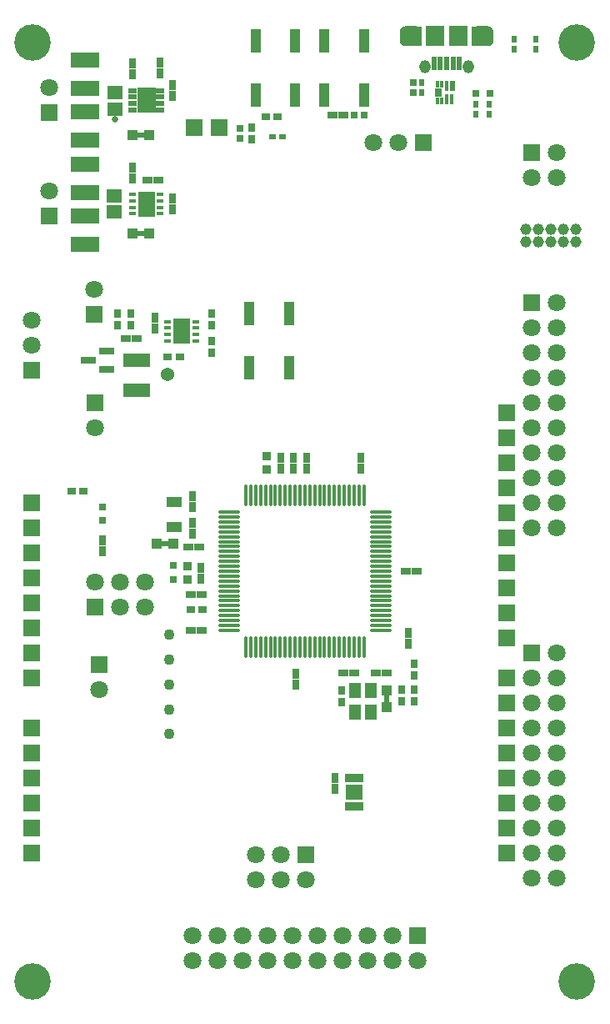
<source format=gts>
G04 Layer_Color=8388736*
%FSLAX43Y43*%
%MOMM*%
G71*
G01*
G75*
%ADD115R,0.510X0.900*%
%ADD116R,0.900X0.510*%
%ADD117R,1.950X0.850*%
%ADD118R,2.900X1.500*%
%ADD119R,0.700X1.000*%
%ADD120R,1.000X0.700*%
%ADD121R,0.750X0.900*%
%ADD122R,0.900X0.750*%
%ADD123R,1.800X2.600*%
%ADD124R,0.775X0.450*%
%ADD125R,1.100X2.350*%
%ADD126R,1.600X1.450*%
%ADD127R,1.050X1.100*%
%ADD128R,0.800X0.800*%
%ADD129R,1.100X1.050*%
%ADD130R,0.650X0.700*%
%ADD131R,0.600X0.700*%
%ADD132R,0.600X0.750*%
%ADD133R,0.800X0.800*%
%ADD134R,0.700X0.650*%
%ADD135R,0.862X0.862*%
%ADD136R,2.800X1.350*%
%ADD137R,1.500X0.700*%
%ADD138R,0.640X0.900*%
%ADD139R,0.400X0.700*%
%ADD140R,0.400X1.100*%
%ADD141R,0.500X1.100*%
%ADD142R,0.700X0.600*%
%ADD143O,2.150X0.400*%
%ADD144O,0.400X2.150*%
%ADD145R,1.850X2.650*%
%ADD146R,0.825X0.500*%
%ADD147R,0.450X0.850*%
%ADD148R,1.750X1.550*%
%ADD149R,1.250X1.500*%
%ADD150R,1.650X1.100*%
%ADD151C,1.370*%
%ADD152R,0.500X1.450*%
%ADD153R,1.900X2.000*%
%ADD154C,3.700*%
%ADD155C,1.100*%
%ADD156R,1.800X1.800*%
%ADD157C,1.800*%
%ADD158R,1.800X1.800*%
%ADD159C,1.150*%
G04:AMPARAMS|DCode=160|XSize=2.2mm|YSize=2mm|CornerRadius=0.544mm|HoleSize=0mm|Usage=FLASHONLY|Rotation=0.000|XOffset=0mm|YOffset=0mm|HoleType=Round|Shape=RoundedRectangle|*
%AMROUNDEDRECTD160*
21,1,2.200,0.912,0,0,0.0*
21,1,1.112,2.000,0,0,0.0*
1,1,1.088,0.556,-0.456*
1,1,1.088,-0.556,-0.456*
1,1,1.088,-0.556,0.456*
1,1,1.088,0.556,0.456*
%
%ADD160ROUNDEDRECTD160*%
G04:AMPARAMS|DCode=161|XSize=1.15mm|YSize=1.35mm|CornerRadius=0.575mm|HoleSize=0mm|Usage=FLASHONLY|Rotation=180.000|XOffset=0mm|YOffset=0mm|HoleType=Round|Shape=RoundedRectangle|*
%AMROUNDEDRECTD161*
21,1,1.150,0.200,0,0,180.0*
21,1,0.000,1.350,0,0,180.0*
1,1,1.150,0.000,0.100*
1,1,1.150,0.000,0.100*
1,1,1.150,0.000,-0.100*
1,1,1.150,0.000,-0.100*
%
%ADD161ROUNDEDRECTD161*%
%ADD162C,0.650*%
G36*
X41810Y99324D02*
X41819Y99321D01*
X41828Y99317D01*
X41836Y99311D01*
X41842Y99303D01*
X41846Y99294D01*
X41849Y99285D01*
X41850Y99275D01*
Y97375D01*
X41849Y97365D01*
X41846Y97356D01*
X41842Y97347D01*
X41836Y97339D01*
X41828Y97333D01*
X41819Y97329D01*
X41810Y97326D01*
X41800Y97325D01*
X40200D01*
X40198Y97325D01*
X40196Y97325D01*
X40148Y97329D01*
X40147Y97329D01*
X40145Y97329D01*
X40092Y97336D01*
X40089Y97337D01*
X40085Y97338D01*
X40032Y97353D01*
X40030Y97353D01*
X40028Y97354D01*
X39985Y97370D01*
X39983Y97371D01*
X39981Y97372D01*
X39939Y97392D01*
X39937Y97393D01*
X39934Y97395D01*
X39890Y97423D01*
X39888Y97424D01*
X39887Y97425D01*
X39849Y97454D01*
X39847Y97455D01*
X39846Y97456D01*
X39807Y97490D01*
X39804Y97493D01*
X39801Y97496D01*
X39772Y97532D01*
X39771Y97533D01*
X39771Y97534D01*
X39743Y97571D01*
X39741Y97573D01*
X39740Y97576D01*
X39716Y97617D01*
X39715Y97619D01*
X39714Y97620D01*
X39694Y97662D01*
X39693Y97664D01*
X39692Y97666D01*
X39676Y97708D01*
X39675Y97711D01*
X39674Y97714D01*
X39662Y97765D01*
X39662Y97767D01*
X39661Y97769D01*
X39654Y97814D01*
X39654Y97816D01*
X39654Y97818D01*
X39650Y97871D01*
X39650Y97873D01*
X39650Y97875D01*
Y98775D01*
X39650Y98777D01*
X39650Y98779D01*
X39654Y98834D01*
X39654Y98836D01*
X39655Y98839D01*
X39663Y98884D01*
X39663Y98885D01*
X39663Y98887D01*
X39675Y98937D01*
X39676Y98940D01*
X39677Y98944D01*
X39693Y98984D01*
X39706Y99016D01*
X39708Y99020D01*
X39710Y99023D01*
X39735Y99066D01*
X39736Y99068D01*
X39737Y99070D01*
X39763Y99107D01*
X39764Y99108D01*
X39765Y99110D01*
X39796Y99148D01*
X39799Y99150D01*
X39801Y99153D01*
X39846Y99194D01*
X39848Y99196D01*
X39850Y99197D01*
X39890Y99227D01*
X39892Y99228D01*
X39893Y99229D01*
X39939Y99258D01*
X39942Y99260D01*
X39945Y99262D01*
X39998Y99286D01*
X40001Y99287D01*
X40005Y99288D01*
X40092Y99314D01*
X40097Y99315D01*
X40101Y99316D01*
X40101Y99316D01*
X40101Y99316D01*
X40101D01*
X40195Y99325D01*
X40198Y99325D01*
X40200Y99325D01*
X41800D01*
X41810Y99324D01*
D02*
G37*
G36*
X48602Y99325D02*
X48604Y99325D01*
X48652Y99321D01*
X48653Y99321D01*
X48655Y99321D01*
X48708Y99314D01*
X48711Y99313D01*
X48715Y99312D01*
X48768Y99297D01*
X48770Y99297D01*
X48772Y99296D01*
X48815Y99280D01*
X48817Y99279D01*
X48819Y99278D01*
X48861Y99258D01*
X48863Y99257D01*
X48866Y99255D01*
X48910Y99227D01*
X48912Y99226D01*
X48913Y99225D01*
X48951Y99196D01*
X48953Y99195D01*
X48954Y99194D01*
X48993Y99160D01*
X48996Y99157D01*
X48999Y99154D01*
X49028Y99118D01*
X49029Y99117D01*
X49029Y99116D01*
X49057Y99079D01*
X49059Y99077D01*
X49060Y99074D01*
X49084Y99033D01*
X49085Y99031D01*
X49086Y99030D01*
X49106Y98988D01*
X49107Y98986D01*
X49108Y98984D01*
X49124Y98942D01*
X49125Y98939D01*
X49126Y98936D01*
X49138Y98885D01*
X49138Y98883D01*
X49139Y98881D01*
X49146Y98836D01*
X49146Y98834D01*
X49146Y98832D01*
X49150Y98779D01*
X49150Y98777D01*
X49150Y98775D01*
Y97875D01*
X49150Y97873D01*
X49150Y97871D01*
X49146Y97816D01*
X49146Y97814D01*
X49145Y97811D01*
X49137Y97766D01*
X49137Y97765D01*
X49137Y97763D01*
X49125Y97713D01*
X49124Y97710D01*
X49123Y97706D01*
X49107Y97666D01*
X49094Y97634D01*
X49092Y97630D01*
X49090Y97627D01*
X49065Y97584D01*
X49064Y97582D01*
X49063Y97580D01*
X49037Y97543D01*
X49036Y97542D01*
X49035Y97540D01*
X49004Y97502D01*
X49001Y97500D01*
X48999Y97497D01*
X48954Y97456D01*
X48952Y97454D01*
X48950Y97453D01*
X48910Y97423D01*
X48908Y97422D01*
X48907Y97421D01*
X48861Y97392D01*
X48858Y97390D01*
X48855Y97388D01*
X48802Y97364D01*
X48799Y97363D01*
X48795Y97362D01*
X48708Y97336D01*
X48703Y97335D01*
X48699Y97334D01*
X48699Y97334D01*
X48699Y97334D01*
X48699D01*
X48605Y97325D01*
X48602Y97325D01*
X48600Y97325D01*
X47000D01*
X46990Y97326D01*
X46981Y97329D01*
X46972Y97333D01*
X46964Y97339D01*
X46958Y97347D01*
X46954Y97356D01*
X46951Y97365D01*
X46950Y97375D01*
Y99275D01*
X46951Y99285D01*
X46954Y99294D01*
X46958Y99303D01*
X46964Y99311D01*
X46972Y99317D01*
X46981Y99321D01*
X46990Y99324D01*
X47000Y99325D01*
X48600D01*
X48602Y99325D01*
D02*
G37*
D115*
X38302Y31022D02*
D03*
D116*
X15750Y46805D02*
D03*
X13325Y78260D02*
D03*
X13325Y88280D02*
D03*
D117*
X34988Y23009D02*
D03*
X34989Y20109D02*
D03*
D118*
X7625Y87735D02*
D03*
Y90635D02*
D03*
Y82430D02*
D03*
Y85330D02*
D03*
Y77205D02*
D03*
Y80105D02*
D03*
X7650Y92990D02*
D03*
Y95890D02*
D03*
D119*
X12500Y94500D02*
D03*
Y95600D02*
D03*
X16550Y92300D02*
D03*
Y93400D02*
D03*
X15278Y94557D02*
D03*
Y95657D02*
D03*
X33074Y22959D02*
D03*
Y21859D02*
D03*
X9416Y46050D02*
D03*
Y47150D02*
D03*
X14775Y68630D02*
D03*
Y69730D02*
D03*
X12500Y83855D02*
D03*
Y84955D02*
D03*
X16525Y81830D02*
D03*
Y80730D02*
D03*
X19450Y44375D02*
D03*
Y43275D02*
D03*
X28865Y54450D02*
D03*
Y55550D02*
D03*
X27590Y54450D02*
D03*
Y55550D02*
D03*
X40550Y37700D02*
D03*
Y36600D02*
D03*
X35650Y54450D02*
D03*
Y55550D02*
D03*
X18550Y47840D02*
D03*
Y48940D02*
D03*
Y51640D02*
D03*
Y50540D02*
D03*
X29100Y32450D02*
D03*
Y33550D02*
D03*
X30165Y55550D02*
D03*
Y54450D02*
D03*
D120*
X40250Y44000D02*
D03*
X41350D02*
D03*
X18450Y37993D02*
D03*
X19550D02*
D03*
X12875Y67600D02*
D03*
X11775D02*
D03*
X15125Y83705D02*
D03*
X14025D02*
D03*
X37200Y33700D02*
D03*
X38300D02*
D03*
X35000D02*
D03*
X33900D02*
D03*
X33875Y90300D02*
D03*
X32775D02*
D03*
X18450Y41621D02*
D03*
X19550D02*
D03*
X18200Y46425D02*
D03*
X19300D02*
D03*
D121*
X24600Y87825D02*
D03*
Y89025D02*
D03*
X20525Y70175D02*
D03*
Y68975D02*
D03*
X20500Y67375D02*
D03*
Y66175D02*
D03*
X10950Y68955D02*
D03*
Y70155D02*
D03*
X12325Y70155D02*
D03*
Y68955D02*
D03*
X41140Y33427D02*
D03*
Y34627D02*
D03*
X41138Y30761D02*
D03*
Y31961D02*
D03*
X33707Y30672D02*
D03*
Y31872D02*
D03*
X39807Y30772D02*
D03*
Y31972D02*
D03*
D122*
X19600Y40138D02*
D03*
X18400D02*
D03*
X27250Y90100D02*
D03*
X26050D02*
D03*
X7500Y52100D02*
D03*
X6300D02*
D03*
X17275Y65730D02*
D03*
X16075D02*
D03*
D123*
X17488Y68355D02*
D03*
X13888Y81255D02*
D03*
D124*
X16076Y67380D02*
D03*
Y68030D02*
D03*
Y68680D02*
D03*
Y69330D02*
D03*
X18900D02*
D03*
Y68680D02*
D03*
Y68030D02*
D03*
Y67380D02*
D03*
X12476Y80280D02*
D03*
Y80930D02*
D03*
Y81580D02*
D03*
Y82230D02*
D03*
X15300D02*
D03*
Y81580D02*
D03*
Y80930D02*
D03*
Y80280D02*
D03*
D125*
X24375Y70125D02*
D03*
Y64625D02*
D03*
X28375D02*
D03*
Y70125D02*
D03*
X36000Y92350D02*
D03*
Y97850D02*
D03*
X32000D02*
D03*
Y92350D02*
D03*
X29000D02*
D03*
Y97850D02*
D03*
X25000D02*
D03*
Y92350D02*
D03*
D126*
X10600Y82105D02*
D03*
Y80455D02*
D03*
X10675Y92590D02*
D03*
Y90940D02*
D03*
D127*
X38307Y31872D02*
D03*
Y30172D02*
D03*
D128*
X16650Y44550D02*
D03*
Y43150D02*
D03*
X9432Y49155D02*
D03*
Y50555D02*
D03*
D129*
X16600Y46800D02*
D03*
X14900D02*
D03*
X14175Y78255D02*
D03*
X12475D02*
D03*
X14175Y88275D02*
D03*
X12475D02*
D03*
D130*
X23400Y87925D02*
D03*
Y88925D02*
D03*
X41000Y93600D02*
D03*
Y92600D02*
D03*
D131*
X51250Y97000D02*
D03*
Y98000D02*
D03*
X53500Y97000D02*
D03*
Y98000D02*
D03*
D132*
X41900Y92625D02*
D03*
Y93575D02*
D03*
X47400Y91375D02*
D03*
Y90425D02*
D03*
X48700Y91375D02*
D03*
Y90425D02*
D03*
D133*
X47400Y92500D02*
D03*
X48800D02*
D03*
D134*
X35050Y90300D02*
D03*
X36050D02*
D03*
D135*
X26120Y55699D02*
D03*
Y54301D02*
D03*
X18075Y43127D02*
D03*
Y44523D02*
D03*
D136*
X12950Y62380D02*
D03*
Y65430D02*
D03*
D137*
X8000D02*
D03*
X9900Y66380D02*
D03*
Y64480D02*
D03*
D138*
X43558Y92588D02*
D03*
D139*
X43438Y91738D02*
D03*
X43938Y91738D02*
D03*
X43438Y93438D02*
D03*
X43938Y93438D02*
D03*
D140*
X44438Y91938D02*
D03*
X44938D02*
D03*
X44438Y93238D02*
D03*
D141*
X44988D02*
D03*
D142*
X27726Y88086D02*
D03*
X26726D02*
D03*
D143*
X22325Y50000D02*
D03*
Y49500D02*
D03*
Y49000D02*
D03*
Y48500D02*
D03*
Y48000D02*
D03*
Y47500D02*
D03*
Y47000D02*
D03*
Y46500D02*
D03*
Y46000D02*
D03*
Y45500D02*
D03*
Y45000D02*
D03*
Y44500D02*
D03*
Y44000D02*
D03*
Y43500D02*
D03*
Y43000D02*
D03*
Y42500D02*
D03*
Y42000D02*
D03*
Y41500D02*
D03*
Y41000D02*
D03*
Y40500D02*
D03*
Y40000D02*
D03*
Y39500D02*
D03*
Y39000D02*
D03*
Y38500D02*
D03*
Y38000D02*
D03*
X37675D02*
D03*
Y38500D02*
D03*
Y39000D02*
D03*
Y39500D02*
D03*
Y40000D02*
D03*
Y40500D02*
D03*
Y41000D02*
D03*
Y41500D02*
D03*
Y42000D02*
D03*
Y42500D02*
D03*
Y43000D02*
D03*
Y43500D02*
D03*
Y44000D02*
D03*
Y44500D02*
D03*
Y45000D02*
D03*
Y45500D02*
D03*
Y46000D02*
D03*
Y46500D02*
D03*
Y47000D02*
D03*
Y47500D02*
D03*
Y48000D02*
D03*
Y48500D02*
D03*
Y49000D02*
D03*
Y49500D02*
D03*
Y50000D02*
D03*
D144*
X24000Y36325D02*
D03*
X24500D02*
D03*
X25000D02*
D03*
X25500D02*
D03*
X26000D02*
D03*
X26500D02*
D03*
X27000D02*
D03*
X27500D02*
D03*
X28000D02*
D03*
X28500D02*
D03*
X29000D02*
D03*
X29500D02*
D03*
X30000D02*
D03*
X30500D02*
D03*
X31000D02*
D03*
X31500D02*
D03*
X32000D02*
D03*
X32500D02*
D03*
X33000D02*
D03*
X33500D02*
D03*
X34000D02*
D03*
X34500D02*
D03*
X35000D02*
D03*
X35500D02*
D03*
X36000D02*
D03*
Y51675D02*
D03*
X35500D02*
D03*
X35000D02*
D03*
X34500D02*
D03*
X34000D02*
D03*
X33500D02*
D03*
X33000D02*
D03*
X32500D02*
D03*
X32000D02*
D03*
X31500D02*
D03*
X31000D02*
D03*
X30500D02*
D03*
X30000D02*
D03*
X29500D02*
D03*
X29000D02*
D03*
X28500D02*
D03*
X28000D02*
D03*
X27500D02*
D03*
X27000D02*
D03*
X26500D02*
D03*
X26000D02*
D03*
X25500D02*
D03*
X25000D02*
D03*
X24500D02*
D03*
X24000D02*
D03*
D145*
X13888Y91815D02*
D03*
D146*
X12476Y90840D02*
D03*
Y91490D02*
D03*
Y92140D02*
D03*
Y92790D02*
D03*
X15300D02*
D03*
Y92140D02*
D03*
Y91490D02*
D03*
Y90840D02*
D03*
D147*
X34238Y23009D02*
D03*
X34738D02*
D03*
X35238D02*
D03*
X35738D02*
D03*
Y20109D02*
D03*
X35238D02*
D03*
X34738D02*
D03*
X34238D02*
D03*
D148*
X34988Y21559D02*
D03*
D149*
X36707Y31872D02*
D03*
Y29672D02*
D03*
X35107D02*
D03*
Y31872D02*
D03*
D150*
X16725Y48450D02*
D03*
Y51050D02*
D03*
D151*
X16075Y63955D02*
D03*
D152*
X43100Y95525D02*
D03*
X43750D02*
D03*
X44400D02*
D03*
X45050D02*
D03*
X45700D02*
D03*
D153*
X45549Y98325D02*
D03*
X43251D02*
D03*
D154*
X2350Y2350D02*
D03*
X57650D02*
D03*
X2350Y97650D02*
D03*
X57650D02*
D03*
D155*
X16190Y29957D02*
D03*
Y32497D02*
D03*
Y35037D02*
D03*
Y37577D02*
D03*
Y27497D02*
D03*
D156*
X9085Y34555D02*
D03*
X2222Y40790D02*
D03*
Y38250D02*
D03*
Y33170D02*
D03*
Y35710D02*
D03*
Y45870D02*
D03*
Y43330D02*
D03*
Y48410D02*
D03*
Y50950D02*
D03*
X8700Y61075D02*
D03*
X8600Y70043D02*
D03*
X4000Y80060D02*
D03*
X53030Y71270D02*
D03*
Y35710D02*
D03*
Y86510D02*
D03*
X4000Y90590D02*
D03*
X2222Y64430D02*
D03*
X50482Y60094D02*
D03*
Y57554D02*
D03*
Y37234D02*
D03*
Y39774D02*
D03*
Y44854D02*
D03*
Y42314D02*
D03*
Y52474D02*
D03*
Y55014D02*
D03*
Y49934D02*
D03*
Y47394D02*
D03*
Y25550D02*
D03*
Y28090D02*
D03*
Y33170D02*
D03*
Y30630D02*
D03*
Y20470D02*
D03*
Y23010D02*
D03*
Y17930D02*
D03*
Y15390D02*
D03*
X2222Y28090D02*
D03*
Y25550D02*
D03*
Y20470D02*
D03*
Y23010D02*
D03*
Y15390D02*
D03*
Y17930D02*
D03*
D157*
X9085Y32015D02*
D03*
X30111Y12710D02*
D03*
X27571D02*
D03*
X25031D02*
D03*
X27571Y15250D02*
D03*
X25031D02*
D03*
X8700Y58535D02*
D03*
X8600Y72582D02*
D03*
X4000Y82600D02*
D03*
X39475Y87475D02*
D03*
X36935D02*
D03*
X18570Y4430D02*
D03*
X28730Y6970D02*
D03*
Y4430D02*
D03*
X26190D02*
D03*
Y6970D02*
D03*
X23650Y4430D02*
D03*
Y6970D02*
D03*
X21110Y4430D02*
D03*
Y6970D02*
D03*
X18570D02*
D03*
X31270D02*
D03*
X33810D02*
D03*
Y4430D02*
D03*
X36350Y6970D02*
D03*
Y4430D02*
D03*
X38890Y6970D02*
D03*
Y4430D02*
D03*
X41430D02*
D03*
X31270D02*
D03*
X55570Y61110D02*
D03*
Y71270D02*
D03*
Y68730D02*
D03*
X53030D02*
D03*
X55570Y66190D02*
D03*
X53030D02*
D03*
X55570Y63650D02*
D03*
X53030D02*
D03*
Y61110D02*
D03*
Y48410D02*
D03*
Y50950D02*
D03*
X55570D02*
D03*
X53030Y53490D02*
D03*
X55570D02*
D03*
X53030Y56030D02*
D03*
X55570D02*
D03*
Y58570D02*
D03*
X53030D02*
D03*
X55570Y48410D02*
D03*
X8635Y42865D02*
D03*
X11175D02*
D03*
X13715D02*
D03*
X11175Y40325D02*
D03*
X13715D02*
D03*
X55570Y25550D02*
D03*
Y35710D02*
D03*
Y33170D02*
D03*
X53030D02*
D03*
X55570Y30630D02*
D03*
X53030D02*
D03*
X55570Y28090D02*
D03*
X53030D02*
D03*
Y25550D02*
D03*
Y12850D02*
D03*
Y15390D02*
D03*
X55570D02*
D03*
X53030Y17930D02*
D03*
X55570D02*
D03*
X53030Y20470D02*
D03*
X55570D02*
D03*
Y23010D02*
D03*
X53030D02*
D03*
X55570Y12850D02*
D03*
Y86510D02*
D03*
Y83970D02*
D03*
X53030D02*
D03*
X4000Y93130D02*
D03*
X2222Y66970D02*
D03*
Y69510D02*
D03*
D158*
X30111Y15250D02*
D03*
X42015Y87475D02*
D03*
X41430Y6970D02*
D03*
X8635Y40325D02*
D03*
X18730Y89050D02*
D03*
X21270D02*
D03*
D159*
X57550Y78695D02*
D03*
X56280D02*
D03*
X55010D02*
D03*
X53740D02*
D03*
Y77425D02*
D03*
X55010D02*
D03*
X56280D02*
D03*
X57550D02*
D03*
X52470D02*
D03*
Y78695D02*
D03*
D160*
X48050Y98325D02*
D03*
X40750D02*
D03*
D161*
X42175Y95200D02*
D03*
X46625D02*
D03*
D162*
X10675Y89909D02*
D03*
M02*

</source>
